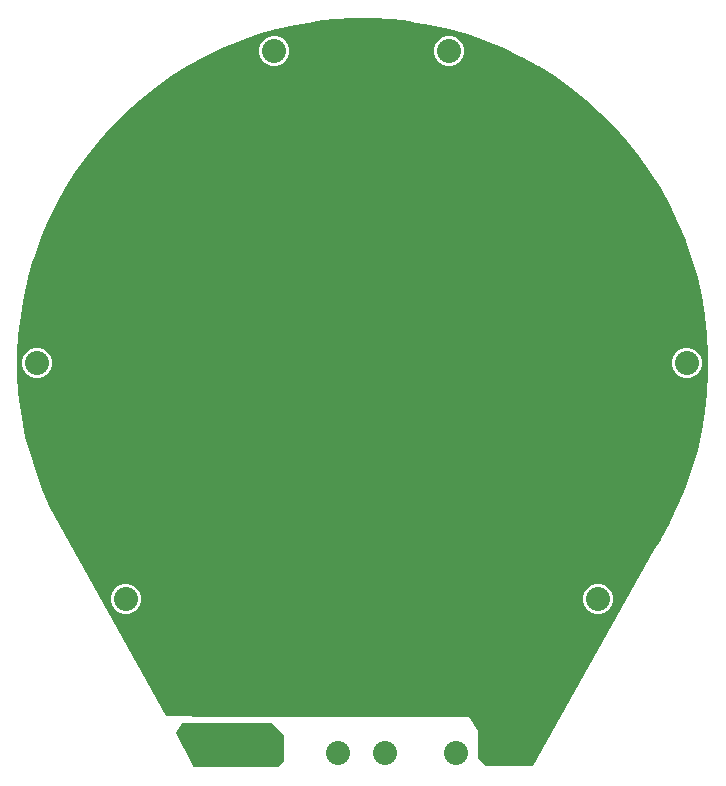
<source format=gtl>
G04*
G04 #@! TF.GenerationSoftware,Altium Limited,Altium Designer,22.10.1 (41)*
G04*
G04 Layer_Physical_Order=1*
G04 Layer_Color=255*
%FSLAX25Y25*%
%MOIN*%
G70*
G04*
G04 #@! TF.SameCoordinates,FEF3DBFB-2847-4824-BCEC-0586C65A169C*
G04*
G04*
G04 #@! TF.FilePolarity,Positive*
G04*
G01*
G75*
%AMCUSTOMSHAPE14*
4,1,7,-0.09145,-0.06000,-0.15004,0.05352,-0.13086,0.08500,0.16925,0.08500,0.21000,0.04425,0.21000,-0.04000,0.19000,-0.06000,-0.09145,-0.06000,0.0*%
%ADD14CUSTOMSHAPE14*%

%ADD15C,0.08000*%
%ADD16C,0.05000*%
G36*
X3632Y252671D02*
X10029Y252312D01*
X10086Y252307D01*
X16452Y251590D01*
X16509Y251582D01*
X22826Y250509D01*
X22882Y250498D01*
X29128Y249072D01*
X29184Y249058D01*
X35340Y247284D01*
X35395Y247266D01*
X41442Y245150D01*
X41496Y245130D01*
X47415Y242678D01*
X47468Y242655D01*
X53240Y239875D01*
X53291Y239848D01*
X58899Y236749D01*
X58948Y236720D01*
X64373Y233312D01*
X64421Y233279D01*
X69646Y229572D01*
X69692Y229538D01*
X74701Y225543D01*
X74745Y225506D01*
X79522Y221237D01*
X79564Y221197D01*
X84094Y216667D01*
X84133Y216625D01*
X88403Y211848D01*
X88440Y211804D01*
X92434Y206795D01*
X92469Y206749D01*
X96176Y201524D01*
X96208Y201476D01*
X99617Y196051D01*
X99646Y196002D01*
X102745Y190394D01*
X102772Y190343D01*
X105551Y184571D01*
X105575Y184518D01*
X108027Y178599D01*
X108047Y178545D01*
X110163Y172498D01*
X110181Y172443D01*
X111954Y166287D01*
X111969Y166231D01*
X113394Y159985D01*
X113406Y159929D01*
X114479Y153612D01*
X114487Y153556D01*
X115204Y147189D01*
X115209Y147132D01*
X115568Y140735D01*
X115570Y140677D01*
Y134271D01*
X115568Y134213D01*
X115209Y127816D01*
X115204Y127759D01*
X114487Y121393D01*
X114479Y121336D01*
X113406Y115019D01*
X113394Y114963D01*
X111969Y108717D01*
X111954Y108661D01*
X110181Y102505D01*
X110163Y102450D01*
X108047Y96403D01*
X108027Y96349D01*
X105575Y90430D01*
X105551Y90377D01*
X102772Y84605D01*
X102745Y84554D01*
X99646Y78947D01*
X99617Y78897D01*
X97378Y75334D01*
X57000Y3444D01*
X41556D01*
X38871Y6129D01*
Y14985D01*
X35649Y19815D01*
X-48000D01*
X-65241Y20225D01*
X-103909Y89562D01*
X-106948Y96520D01*
X-112329Y113046D01*
X-113737Y121336D01*
X-113745Y121393D01*
X-114462Y127759D01*
X-114467Y127816D01*
X-114826Y134213D01*
X-114828Y134271D01*
Y140677D01*
X-114826Y140735D01*
X-114467Y147132D01*
X-114462Y147189D01*
X-113745Y153556D01*
X-113737Y153612D01*
X-112664Y159929D01*
X-112653Y159985D01*
X-111227Y166231D01*
X-111213Y166287D01*
X-109439Y172443D01*
X-109422Y172498D01*
X-107306Y178545D01*
X-107285Y178599D01*
X-104833Y184518D01*
X-104810Y184571D01*
X-102030Y190343D01*
X-102004Y190394D01*
X-98904Y196002D01*
X-98875Y196051D01*
X-95467Y201476D01*
X-95435Y201524D01*
X-91727Y206749D01*
X-91693Y206795D01*
X-87698Y211804D01*
X-87661Y211848D01*
X-83392Y216625D01*
X-83352Y216667D01*
X-78822Y221197D01*
X-78780Y221237D01*
X-74003Y225506D01*
X-73959Y225543D01*
X-68950Y229538D01*
X-68904Y229572D01*
X-63679Y233279D01*
X-63631Y233312D01*
X-58206Y236720D01*
X-58157Y236749D01*
X-52549Y239848D01*
X-52498Y239875D01*
X-46726Y242655D01*
X-46673Y242678D01*
X-40754Y245130D01*
X-40701Y245150D01*
X-34653Y247266D01*
X-34598Y247284D01*
X-28442Y249058D01*
X-28386Y249072D01*
X-22140Y250498D01*
X-22084Y250509D01*
X-15767Y251582D01*
X-15711Y251590D01*
X-9344Y252307D01*
X-9287Y252312D01*
X-2890Y252671D01*
X-2833Y252673D01*
X3574D01*
X3632Y252671D01*
D02*
G37*
%LPC*%
G36*
X29792Y246732D02*
X28476D01*
X27204Y246392D01*
X26064Y245733D01*
X25133Y244802D01*
X24475Y243662D01*
X24134Y242390D01*
Y241074D01*
X24475Y239802D01*
X25133Y238662D01*
X26064Y237731D01*
X27204Y237073D01*
X28476Y236732D01*
X29792D01*
X31064Y237073D01*
X32204Y237731D01*
X33135Y238662D01*
X33793Y239802D01*
X34134Y241074D01*
Y242390D01*
X33793Y243662D01*
X33135Y244802D01*
X32204Y245733D01*
X31064Y246392D01*
X29792Y246732D01*
D02*
G37*
G36*
X-28476D02*
X-29792D01*
X-31064Y246392D01*
X-32204Y245733D01*
X-33135Y244802D01*
X-33793Y243662D01*
X-34134Y242390D01*
Y241074D01*
X-33793Y239802D01*
X-33135Y238662D01*
X-32204Y237731D01*
X-31064Y237073D01*
X-29792Y236732D01*
X-28476D01*
X-27204Y237073D01*
X-26064Y237731D01*
X-25133Y238662D01*
X-24475Y239802D01*
X-24134Y241074D01*
Y242390D01*
X-24475Y243662D01*
X-25133Y244802D01*
X-26064Y245733D01*
X-27204Y246392D01*
X-28476Y246732D01*
D02*
G37*
G36*
X108926Y142795D02*
X107609D01*
X106338Y142455D01*
X105198Y141796D01*
X104267Y140865D01*
X103609Y139725D01*
X103268Y138453D01*
Y137137D01*
X103609Y135865D01*
X104267Y134725D01*
X105198Y133794D01*
X106338Y133136D01*
X107609Y132795D01*
X108926D01*
X110198Y133136D01*
X111338Y133794D01*
X112269Y134725D01*
X112927Y135865D01*
X113268Y137137D01*
Y138453D01*
X112927Y139725D01*
X112269Y140865D01*
X111338Y141796D01*
X110198Y142455D01*
X108926Y142795D01*
D02*
G37*
G36*
X-107609D02*
X-108926D01*
X-110198Y142455D01*
X-111338Y141796D01*
X-112269Y140865D01*
X-112927Y139725D01*
X-113268Y138453D01*
Y137137D01*
X-112927Y135865D01*
X-112269Y134725D01*
X-111338Y133794D01*
X-110198Y133136D01*
X-108926Y132795D01*
X-107609D01*
X-106338Y133136D01*
X-105198Y133794D01*
X-104267Y134725D01*
X-103609Y135865D01*
X-103268Y137137D01*
Y138453D01*
X-103609Y139725D01*
X-104267Y140865D01*
X-105198Y141796D01*
X-106338Y142455D01*
X-107609Y142795D01*
D02*
G37*
G36*
X79398Y64055D02*
X78082D01*
X76810Y63714D01*
X75670Y63056D01*
X74739Y62125D01*
X74081Y60985D01*
X73740Y59713D01*
Y58397D01*
X74081Y57125D01*
X74739Y55985D01*
X75670Y55054D01*
X76810Y54396D01*
X78082Y54055D01*
X79398D01*
X80670Y54396D01*
X81810Y55054D01*
X82741Y55985D01*
X83399Y57125D01*
X83740Y58397D01*
Y59713D01*
X83399Y60985D01*
X82741Y62125D01*
X81810Y63056D01*
X80670Y63714D01*
X79398Y64055D01*
D02*
G37*
G36*
X-78082D02*
X-79398D01*
X-80670Y63714D01*
X-81810Y63056D01*
X-82741Y62125D01*
X-83399Y60985D01*
X-83740Y59713D01*
Y58397D01*
X-83399Y57125D01*
X-82741Y55985D01*
X-81810Y55054D01*
X-80670Y54396D01*
X-79398Y54055D01*
X-78082D01*
X-76810Y54396D01*
X-75670Y55054D01*
X-74739Y55985D01*
X-74081Y57125D01*
X-73740Y58397D01*
Y59713D01*
X-74081Y60985D01*
X-74739Y62125D01*
X-75670Y63056D01*
X-76810Y63714D01*
X-78082Y64055D01*
D02*
G37*
%LPD*%
D14*
X-47000Y9000D02*
D03*
D15*
X-108268Y137795D02*
D03*
X7874Y7874D02*
D03*
X-7874D02*
D03*
X29134Y241732D02*
D03*
X-29134D02*
D03*
X108268Y137795D02*
D03*
X31496Y7874D02*
D03*
X-78740Y59055D02*
D03*
X78740D02*
D03*
X-31496Y7874D02*
D03*
D16*
X-50000Y11000D02*
D03*
M02*

</source>
